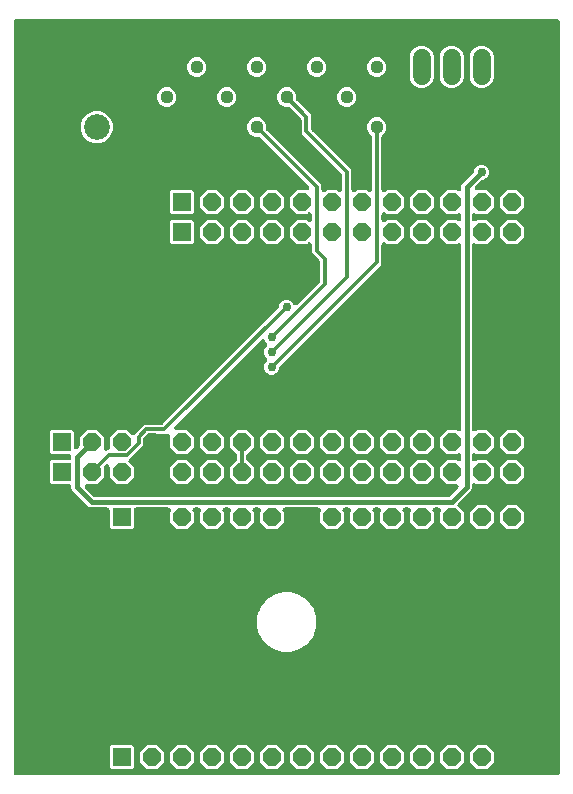
<source format=gbr>
G04 EAGLE Gerber RS-274X export*
G75*
%MOMM*%
%FSLAX34Y34*%
%LPD*%
%INBottom Copper*%
%IPPOS*%
%AMOC8*
5,1,8,0,0,1.08239X$1,22.5*%
G01*
G04 Define Apertures*
%ADD10R,1.524000X1.524000*%
%ADD11P,1.64956X8X22.5*%
%ADD12C,2.184400*%
%ADD13C,1.524000*%
%ADD14C,1.117600*%
%ADD15C,0.304800*%
%ADD16C,0.756400*%
%ADD17C,0.406400*%
%ADD18C,0.406400*%
G36*
X458501Y10321D02*
X459168Y10778D01*
X459603Y11460D01*
X459740Y12192D01*
X459740Y648208D01*
X459579Y649001D01*
X459122Y649668D01*
X458441Y650103D01*
X457708Y650240D01*
X-508Y650240D01*
X-1301Y650079D01*
X-1968Y649622D01*
X-2403Y648941D01*
X-2540Y648208D01*
X-2540Y12192D01*
X-2379Y11399D01*
X-1922Y10732D01*
X-1241Y10297D01*
X-508Y10160D01*
X457708Y10160D01*
X458501Y10321D01*
G37*
%LPC*%
G36*
X391679Y591820D02*
X387945Y593367D01*
X385087Y596225D01*
X383540Y599959D01*
X383540Y619241D01*
X385087Y622975D01*
X387945Y625833D01*
X391679Y627380D01*
X395721Y627380D01*
X399455Y625833D01*
X402313Y622975D01*
X403860Y619241D01*
X403860Y599959D01*
X402313Y596225D01*
X399455Y593367D01*
X395721Y591820D01*
X391679Y591820D01*
G37*
G36*
X366279Y591820D02*
X362545Y593367D01*
X359687Y596225D01*
X358140Y599959D01*
X358140Y619241D01*
X359687Y622975D01*
X362545Y625833D01*
X366279Y627380D01*
X370321Y627380D01*
X374055Y625833D01*
X376913Y622975D01*
X378460Y619241D01*
X378460Y599959D01*
X376913Y596225D01*
X374055Y593367D01*
X370321Y591820D01*
X366279Y591820D01*
G37*
G36*
X340879Y591820D02*
X337145Y593367D01*
X334287Y596225D01*
X332740Y599959D01*
X332740Y619241D01*
X334287Y622975D01*
X337145Y625833D01*
X340879Y627380D01*
X344921Y627380D01*
X348655Y625833D01*
X351513Y622975D01*
X353060Y619241D01*
X353060Y599959D01*
X351513Y596225D01*
X348655Y593367D01*
X344921Y591820D01*
X340879Y591820D01*
G37*
G36*
X303183Y601472D02*
X300196Y602709D01*
X297909Y604996D01*
X296672Y607983D01*
X296672Y611217D01*
X297909Y614204D01*
X300196Y616491D01*
X303183Y617728D01*
X306417Y617728D01*
X309404Y616491D01*
X311691Y614204D01*
X312928Y611217D01*
X312928Y607983D01*
X311691Y604996D01*
X309404Y602709D01*
X306417Y601472D01*
X303183Y601472D01*
G37*
G36*
X252383Y601472D02*
X249396Y602709D01*
X247109Y604996D01*
X245872Y607983D01*
X245872Y611217D01*
X247109Y614204D01*
X249396Y616491D01*
X252383Y617728D01*
X255617Y617728D01*
X258604Y616491D01*
X260891Y614204D01*
X262128Y611217D01*
X262128Y607983D01*
X260891Y604996D01*
X258604Y602709D01*
X255617Y601472D01*
X252383Y601472D01*
G37*
G36*
X201583Y601472D02*
X198596Y602709D01*
X196309Y604996D01*
X195072Y607983D01*
X195072Y611217D01*
X196309Y614204D01*
X198596Y616491D01*
X201583Y617728D01*
X204817Y617728D01*
X207804Y616491D01*
X210091Y614204D01*
X211328Y611217D01*
X211328Y607983D01*
X210091Y604996D01*
X207804Y602709D01*
X204817Y601472D01*
X201583Y601472D01*
G37*
G36*
X150783Y601472D02*
X147796Y602709D01*
X145509Y604996D01*
X144272Y607983D01*
X144272Y611217D01*
X145509Y614204D01*
X147796Y616491D01*
X150783Y617728D01*
X154017Y617728D01*
X157004Y616491D01*
X159291Y614204D01*
X160528Y611217D01*
X160528Y607983D01*
X159291Y604996D01*
X157004Y602709D01*
X154017Y601472D01*
X150783Y601472D01*
G37*
G36*
X277783Y576072D02*
X274796Y577309D01*
X272509Y579596D01*
X271272Y582583D01*
X271272Y585817D01*
X272509Y588804D01*
X274796Y591091D01*
X277783Y592328D01*
X281017Y592328D01*
X284004Y591091D01*
X286291Y588804D01*
X287528Y585817D01*
X287528Y582583D01*
X286291Y579596D01*
X284004Y577309D01*
X281017Y576072D01*
X277783Y576072D01*
G37*
G36*
X176183Y576072D02*
X173196Y577309D01*
X170909Y579596D01*
X169672Y582583D01*
X169672Y585817D01*
X170909Y588804D01*
X173196Y591091D01*
X176183Y592328D01*
X179417Y592328D01*
X182404Y591091D01*
X184691Y588804D01*
X185928Y585817D01*
X185928Y582583D01*
X184691Y579596D01*
X182404Y577309D01*
X179417Y576072D01*
X176183Y576072D01*
G37*
G36*
X125383Y576072D02*
X122396Y577309D01*
X120109Y579596D01*
X118872Y582583D01*
X118872Y585817D01*
X120109Y588804D01*
X122396Y591091D01*
X125383Y592328D01*
X128617Y592328D01*
X131604Y591091D01*
X133891Y588804D01*
X135128Y585817D01*
X135128Y582583D01*
X133891Y579596D01*
X131604Y577309D01*
X128617Y576072D01*
X125383Y576072D01*
G37*
G36*
X80228Y218440D02*
X78740Y219928D01*
X78740Y234696D01*
X78579Y235489D01*
X78122Y236156D01*
X77441Y236591D01*
X76708Y236728D01*
X62591Y236728D01*
X60910Y237424D01*
X46924Y251410D01*
X46228Y253091D01*
X46228Y254508D01*
X46067Y255301D01*
X45610Y255968D01*
X44929Y256403D01*
X44196Y256540D01*
X29428Y256540D01*
X27940Y258028D01*
X27940Y275372D01*
X29428Y276860D01*
X44196Y276860D01*
X44989Y277021D01*
X45656Y277478D01*
X46091Y278160D01*
X46228Y278892D01*
X46228Y279908D01*
X46067Y280701D01*
X45610Y281368D01*
X44929Y281803D01*
X44196Y281940D01*
X29428Y281940D01*
X27940Y283428D01*
X27940Y300772D01*
X29428Y302260D01*
X46772Y302260D01*
X48260Y300772D01*
X48260Y288231D01*
X48421Y287439D01*
X48878Y286772D01*
X49560Y286336D01*
X50357Y286201D01*
X51144Y286387D01*
X51729Y286795D01*
X52745Y287811D01*
X53191Y288485D01*
X53340Y289247D01*
X53340Y296308D01*
X59292Y302260D01*
X67708Y302260D01*
X73660Y296308D01*
X73660Y287551D01*
X73538Y286895D01*
X73711Y286105D01*
X74179Y285446D01*
X74867Y285021D01*
X75667Y284898D01*
X76347Y285050D01*
X77486Y285522D01*
X78156Y285974D01*
X78597Y286651D01*
X78740Y287399D01*
X78740Y296308D01*
X84692Y302260D01*
X93108Y302260D01*
X96970Y298398D01*
X97645Y297951D01*
X98440Y297803D01*
X99230Y297977D01*
X99889Y298445D01*
X100033Y298667D01*
X107579Y306213D01*
X109073Y306832D01*
X122443Y306832D01*
X123236Y306993D01*
X123880Y307427D01*
X221683Y405230D01*
X222129Y405904D01*
X222278Y406667D01*
X222278Y407658D01*
X223240Y409981D01*
X225019Y411760D01*
X227342Y412722D01*
X229858Y412722D01*
X232181Y411760D01*
X233960Y409981D01*
X234311Y409132D01*
X234763Y408461D01*
X235441Y408020D01*
X236237Y407878D01*
X237026Y408058D01*
X237625Y408473D01*
X256171Y427018D01*
X256617Y427692D01*
X256766Y428455D01*
X256766Y444804D01*
X256605Y445597D01*
X256171Y446241D01*
X250555Y451857D01*
X249936Y453351D01*
X249936Y459262D01*
X249775Y460055D01*
X249318Y460722D01*
X248637Y461157D01*
X247839Y461293D01*
X247052Y461107D01*
X246467Y460699D01*
X245508Y459740D01*
X237092Y459740D01*
X231140Y465692D01*
X231140Y474108D01*
X237092Y480060D01*
X245508Y480060D01*
X246467Y479101D01*
X247141Y478655D01*
X247936Y478506D01*
X248726Y478680D01*
X249386Y479148D01*
X249811Y479836D01*
X249936Y480538D01*
X249936Y484662D01*
X249775Y485455D01*
X249318Y486122D01*
X248637Y486557D01*
X247839Y486693D01*
X247052Y486507D01*
X246467Y486099D01*
X245508Y485140D01*
X237092Y485140D01*
X231140Y491092D01*
X231140Y499508D01*
X237092Y505460D01*
X245887Y505460D01*
X246680Y505621D01*
X247347Y506078D01*
X247782Y506760D01*
X247918Y507557D01*
X247732Y508344D01*
X247324Y508929D01*
X206176Y550077D01*
X205502Y550523D01*
X204739Y550672D01*
X201583Y550672D01*
X198596Y551909D01*
X196309Y554196D01*
X195072Y557183D01*
X195072Y560417D01*
X196309Y563404D01*
X198596Y565691D01*
X201583Y566928D01*
X204817Y566928D01*
X207804Y565691D01*
X210091Y563404D01*
X211328Y560417D01*
X211328Y557261D01*
X211489Y556468D01*
X211923Y555824D01*
X257445Y510302D01*
X258064Y508808D01*
X258064Y505938D01*
X258225Y505146D01*
X258682Y504479D01*
X259364Y504043D01*
X260161Y503907D01*
X260948Y504093D01*
X261533Y504501D01*
X262492Y505460D01*
X270908Y505460D01*
X271867Y504501D01*
X272541Y504055D01*
X273336Y503906D01*
X274126Y504080D01*
X274786Y504548D01*
X275211Y505236D01*
X275336Y505938D01*
X275336Y518662D01*
X275175Y519454D01*
X274741Y520099D01*
X241919Y552921D01*
X241300Y554414D01*
X241300Y564911D01*
X241139Y565704D01*
X240705Y566348D01*
X231576Y575477D01*
X230902Y575923D01*
X230139Y576072D01*
X226983Y576072D01*
X223996Y577309D01*
X221709Y579596D01*
X220472Y582583D01*
X220472Y585817D01*
X221709Y588804D01*
X223996Y591091D01*
X226983Y592328D01*
X230217Y592328D01*
X233204Y591091D01*
X235491Y588804D01*
X236728Y585817D01*
X236728Y582661D01*
X236889Y581868D01*
X237323Y581224D01*
X248809Y569738D01*
X249428Y568244D01*
X249428Y557748D01*
X249589Y556955D01*
X250023Y556311D01*
X282845Y523489D01*
X283464Y521995D01*
X283464Y505938D01*
X283625Y505146D01*
X284082Y504479D01*
X284764Y504043D01*
X285561Y503907D01*
X286348Y504093D01*
X286933Y504501D01*
X287892Y505460D01*
X296308Y505460D01*
X297267Y504501D01*
X297941Y504055D01*
X298736Y503906D01*
X299526Y504080D01*
X300186Y504548D01*
X300611Y505236D01*
X300736Y505938D01*
X300736Y550528D01*
X300575Y551320D01*
X300141Y551964D01*
X297909Y554196D01*
X296672Y557183D01*
X296672Y560417D01*
X297909Y563404D01*
X300196Y565691D01*
X303183Y566928D01*
X306417Y566928D01*
X309404Y565691D01*
X311691Y563404D01*
X312928Y560417D01*
X312928Y557183D01*
X311691Y554196D01*
X309459Y551964D01*
X309013Y551290D01*
X308864Y550528D01*
X308864Y505938D01*
X309025Y505146D01*
X309482Y504479D01*
X310164Y504043D01*
X310961Y503907D01*
X311748Y504093D01*
X312333Y504501D01*
X313292Y505460D01*
X321708Y505460D01*
X327660Y499508D01*
X327660Y491092D01*
X321708Y485140D01*
X313292Y485140D01*
X312333Y486099D01*
X311659Y486545D01*
X310864Y486694D01*
X310074Y486520D01*
X309414Y486052D01*
X308989Y485364D01*
X308864Y484662D01*
X308864Y480538D01*
X309025Y479746D01*
X309482Y479079D01*
X310164Y478643D01*
X310961Y478507D01*
X311748Y478693D01*
X312333Y479101D01*
X313292Y480060D01*
X321708Y480060D01*
X327660Y474108D01*
X327660Y465692D01*
X321708Y459740D01*
X313292Y459740D01*
X312333Y460699D01*
X311659Y461145D01*
X310864Y461294D01*
X310074Y461120D01*
X309414Y460652D01*
X308989Y459964D01*
X308864Y459262D01*
X308864Y443692D01*
X308245Y442198D01*
X222817Y356770D01*
X222371Y356096D01*
X222222Y355333D01*
X222222Y354342D01*
X221260Y352019D01*
X219481Y350240D01*
X217158Y349278D01*
X214642Y349278D01*
X212319Y350240D01*
X210540Y352019D01*
X209578Y354342D01*
X209578Y356858D01*
X210540Y359181D01*
X211873Y360513D01*
X212319Y361187D01*
X212467Y361982D01*
X212294Y362772D01*
X211873Y363387D01*
X210540Y364719D01*
X209578Y367042D01*
X209578Y369558D01*
X210540Y371881D01*
X211873Y373213D01*
X212319Y373887D01*
X212467Y374682D01*
X212294Y375472D01*
X211873Y376087D01*
X210540Y377419D01*
X210189Y378268D01*
X209737Y378939D01*
X209059Y379380D01*
X208263Y379522D01*
X207474Y379342D01*
X206875Y378927D01*
X133676Y305729D01*
X133230Y305055D01*
X133081Y304260D01*
X133255Y303470D01*
X133723Y302810D01*
X134411Y302385D01*
X135113Y302260D01*
X143908Y302260D01*
X149860Y296308D01*
X149860Y287892D01*
X143908Y281940D01*
X135492Y281940D01*
X129540Y287892D01*
X129540Y296649D01*
X129662Y297305D01*
X129489Y298095D01*
X129021Y298755D01*
X128333Y299179D01*
X127533Y299302D01*
X126853Y299150D01*
X125776Y298704D01*
X112406Y298704D01*
X111614Y298543D01*
X110969Y298109D01*
X108291Y295431D01*
X107845Y294756D01*
X107696Y293994D01*
X107696Y290937D01*
X107077Y289443D01*
X95433Y277798D01*
X95187Y277633D01*
X94745Y276955D01*
X94603Y276159D01*
X94783Y275370D01*
X95198Y274770D01*
X99060Y270908D01*
X99060Y262492D01*
X93108Y256540D01*
X84692Y256540D01*
X78740Y262492D01*
X78740Y271287D01*
X78579Y272080D01*
X78122Y272747D01*
X77441Y273182D01*
X76643Y273318D01*
X75856Y273132D01*
X75271Y272724D01*
X74255Y271708D01*
X73809Y271034D01*
X73660Y270271D01*
X73660Y262492D01*
X67708Y256540D01*
X59631Y256540D01*
X58839Y256379D01*
X58172Y255922D01*
X57736Y255241D01*
X57601Y254443D01*
X57787Y253656D01*
X58195Y253071D01*
X64799Y246467D01*
X65473Y246021D01*
X66235Y245872D01*
X365565Y245872D01*
X366357Y246033D01*
X367001Y246467D01*
X373605Y253071D01*
X374052Y253745D01*
X374200Y254540D01*
X374027Y255330D01*
X373559Y255990D01*
X372871Y256415D01*
X372169Y256540D01*
X364092Y256540D01*
X358140Y262492D01*
X358140Y270908D01*
X364092Y276860D01*
X372508Y276860D01*
X372959Y276409D01*
X373633Y275963D01*
X374428Y275814D01*
X375218Y275988D01*
X375878Y276456D01*
X376303Y277144D01*
X376428Y277846D01*
X376428Y280954D01*
X376267Y281747D01*
X375810Y282414D01*
X375129Y282849D01*
X374331Y282985D01*
X373544Y282799D01*
X372959Y282391D01*
X372508Y281940D01*
X364092Y281940D01*
X358140Y287892D01*
X358140Y296308D01*
X364092Y302260D01*
X372508Y302260D01*
X372959Y301809D01*
X373633Y301363D01*
X374428Y301214D01*
X375218Y301388D01*
X375878Y301856D01*
X376303Y302544D01*
X376428Y303246D01*
X376428Y458754D01*
X376267Y459547D01*
X375810Y460214D01*
X375129Y460649D01*
X374331Y460785D01*
X373544Y460599D01*
X372959Y460191D01*
X372508Y459740D01*
X364092Y459740D01*
X358140Y465692D01*
X358140Y474108D01*
X364092Y480060D01*
X372508Y480060D01*
X372959Y479609D01*
X373633Y479163D01*
X374428Y479014D01*
X375218Y479188D01*
X375878Y479656D01*
X376303Y480344D01*
X376428Y481046D01*
X376428Y484154D01*
X376267Y484947D01*
X375810Y485614D01*
X375129Y486049D01*
X374331Y486185D01*
X373544Y485999D01*
X372959Y485591D01*
X372508Y485140D01*
X364092Y485140D01*
X358140Y491092D01*
X358140Y499508D01*
X364092Y505460D01*
X372508Y505460D01*
X372959Y505009D01*
X373633Y504563D01*
X374428Y504414D01*
X375218Y504588D01*
X375878Y505056D01*
X376303Y505744D01*
X376428Y506446D01*
X376428Y508909D01*
X377124Y510590D01*
X386783Y520249D01*
X387229Y520923D01*
X387378Y521685D01*
X387378Y521958D01*
X388340Y524281D01*
X390119Y526060D01*
X392442Y527022D01*
X394958Y527022D01*
X397281Y526060D01*
X399060Y524281D01*
X400022Y521958D01*
X400022Y519442D01*
X399060Y517119D01*
X397281Y515340D01*
X394958Y514378D01*
X394685Y514378D01*
X393893Y514217D01*
X393249Y513783D01*
X388395Y508929D01*
X387948Y508255D01*
X387800Y507460D01*
X387973Y506670D01*
X388441Y506010D01*
X389129Y505585D01*
X389831Y505460D01*
X397908Y505460D01*
X403860Y499508D01*
X403860Y491092D01*
X397908Y485140D01*
X389492Y485140D01*
X389041Y485591D01*
X388367Y486037D01*
X387572Y486186D01*
X386782Y486012D01*
X386122Y485544D01*
X385697Y484856D01*
X385572Y484154D01*
X385572Y481046D01*
X385733Y480254D01*
X386190Y479587D01*
X386872Y479151D01*
X387669Y479015D01*
X388456Y479201D01*
X389041Y479609D01*
X389492Y480060D01*
X397908Y480060D01*
X403860Y474108D01*
X403860Y465692D01*
X397908Y459740D01*
X389492Y459740D01*
X389041Y460191D01*
X388367Y460637D01*
X387572Y460786D01*
X386782Y460612D01*
X386122Y460144D01*
X385697Y459456D01*
X385572Y458754D01*
X385572Y303246D01*
X385733Y302454D01*
X386190Y301787D01*
X386872Y301351D01*
X387669Y301215D01*
X388456Y301401D01*
X389041Y301809D01*
X389492Y302260D01*
X397908Y302260D01*
X403860Y296308D01*
X403860Y287892D01*
X397908Y281940D01*
X389492Y281940D01*
X389041Y282391D01*
X388367Y282837D01*
X387572Y282986D01*
X386782Y282812D01*
X386122Y282344D01*
X385697Y281656D01*
X385572Y280954D01*
X385572Y277846D01*
X385733Y277054D01*
X386190Y276387D01*
X386872Y275951D01*
X387669Y275815D01*
X388456Y276001D01*
X389041Y276409D01*
X389492Y276860D01*
X397908Y276860D01*
X403860Y270908D01*
X403860Y262492D01*
X397908Y256540D01*
X389492Y256540D01*
X389041Y256991D01*
X388367Y257437D01*
X387572Y257586D01*
X386782Y257412D01*
X386122Y256944D01*
X385697Y256256D01*
X385572Y255554D01*
X385572Y253091D01*
X384876Y251410D01*
X373804Y240338D01*
X373357Y239664D01*
X373209Y238869D01*
X373383Y238079D01*
X373804Y237464D01*
X378460Y232808D01*
X378460Y224392D01*
X372508Y218440D01*
X364092Y218440D01*
X358140Y224392D01*
X358140Y232808D01*
X358591Y233259D01*
X359037Y233933D01*
X359186Y234728D01*
X359012Y235518D01*
X358544Y236178D01*
X357856Y236603D01*
X357154Y236728D01*
X354046Y236728D01*
X353254Y236567D01*
X352587Y236110D01*
X352151Y235429D01*
X352015Y234631D01*
X352201Y233844D01*
X352609Y233259D01*
X353060Y232808D01*
X353060Y224392D01*
X347108Y218440D01*
X338692Y218440D01*
X332740Y224392D01*
X332740Y232808D01*
X333191Y233259D01*
X333637Y233933D01*
X333786Y234728D01*
X333612Y235518D01*
X333144Y236178D01*
X332456Y236603D01*
X331754Y236728D01*
X328646Y236728D01*
X327854Y236567D01*
X327187Y236110D01*
X326751Y235429D01*
X326615Y234631D01*
X326801Y233844D01*
X327209Y233259D01*
X327660Y232808D01*
X327660Y224392D01*
X321708Y218440D01*
X313292Y218440D01*
X307340Y224392D01*
X307340Y232808D01*
X307791Y233259D01*
X308237Y233933D01*
X308386Y234728D01*
X308212Y235518D01*
X307744Y236178D01*
X307056Y236603D01*
X306354Y236728D01*
X303246Y236728D01*
X302454Y236567D01*
X301787Y236110D01*
X301351Y235429D01*
X301215Y234631D01*
X301401Y233844D01*
X301809Y233259D01*
X302260Y232808D01*
X302260Y224392D01*
X296308Y218440D01*
X287892Y218440D01*
X281940Y224392D01*
X281940Y232808D01*
X282391Y233259D01*
X282837Y233933D01*
X282986Y234728D01*
X282812Y235518D01*
X282344Y236178D01*
X281656Y236603D01*
X280954Y236728D01*
X277846Y236728D01*
X277054Y236567D01*
X276387Y236110D01*
X275951Y235429D01*
X275815Y234631D01*
X276001Y233844D01*
X276409Y233259D01*
X276860Y232808D01*
X276860Y224392D01*
X270908Y218440D01*
X262492Y218440D01*
X256540Y224392D01*
X256540Y232808D01*
X256991Y233259D01*
X257437Y233933D01*
X257586Y234728D01*
X257412Y235518D01*
X256944Y236178D01*
X256256Y236603D01*
X255554Y236728D01*
X227046Y236728D01*
X226254Y236567D01*
X225587Y236110D01*
X225151Y235429D01*
X225015Y234631D01*
X225201Y233844D01*
X225609Y233259D01*
X226060Y232808D01*
X226060Y224392D01*
X220108Y218440D01*
X211692Y218440D01*
X205740Y224392D01*
X205740Y232808D01*
X206191Y233259D01*
X206637Y233933D01*
X206786Y234728D01*
X206612Y235518D01*
X206144Y236178D01*
X205456Y236603D01*
X204754Y236728D01*
X201646Y236728D01*
X200854Y236567D01*
X200187Y236110D01*
X199751Y235429D01*
X199615Y234631D01*
X199801Y233844D01*
X200209Y233259D01*
X200660Y232808D01*
X200660Y224392D01*
X194708Y218440D01*
X186292Y218440D01*
X180340Y224392D01*
X180340Y232808D01*
X180791Y233259D01*
X181237Y233933D01*
X181386Y234728D01*
X181212Y235518D01*
X180744Y236178D01*
X180056Y236603D01*
X179354Y236728D01*
X176246Y236728D01*
X175454Y236567D01*
X174787Y236110D01*
X174351Y235429D01*
X174215Y234631D01*
X174401Y233844D01*
X174809Y233259D01*
X175260Y232808D01*
X175260Y224392D01*
X169308Y218440D01*
X160892Y218440D01*
X154940Y224392D01*
X154940Y232808D01*
X155391Y233259D01*
X155837Y233933D01*
X155986Y234728D01*
X155812Y235518D01*
X155344Y236178D01*
X154656Y236603D01*
X153954Y236728D01*
X150846Y236728D01*
X150054Y236567D01*
X149387Y236110D01*
X148951Y235429D01*
X148815Y234631D01*
X149001Y233844D01*
X149409Y233259D01*
X149860Y232808D01*
X149860Y224392D01*
X143908Y218440D01*
X135492Y218440D01*
X129540Y224392D01*
X129540Y232808D01*
X129991Y233259D01*
X130437Y233933D01*
X130586Y234728D01*
X130412Y235518D01*
X129944Y236178D01*
X129256Y236603D01*
X128554Y236728D01*
X101092Y236728D01*
X100299Y236567D01*
X99632Y236110D01*
X99197Y235429D01*
X99060Y234696D01*
X99060Y219928D01*
X97572Y218440D01*
X80228Y218440D01*
G37*
G36*
X65122Y545338D02*
X60174Y547387D01*
X56387Y551174D01*
X54338Y556122D01*
X54338Y561478D01*
X56387Y566426D01*
X60174Y570213D01*
X65122Y572262D01*
X70478Y572262D01*
X75426Y570213D01*
X79213Y566426D01*
X81262Y561478D01*
X81262Y556122D01*
X79213Y551174D01*
X75426Y547387D01*
X70478Y545338D01*
X65122Y545338D01*
G37*
G36*
X186292Y485140D02*
X180340Y491092D01*
X180340Y499508D01*
X186292Y505460D01*
X194708Y505460D01*
X200660Y499508D01*
X200660Y491092D01*
X194708Y485140D01*
X186292Y485140D01*
G37*
G36*
X338692Y485140D02*
X332740Y491092D01*
X332740Y499508D01*
X338692Y505460D01*
X347108Y505460D01*
X353060Y499508D01*
X353060Y491092D01*
X347108Y485140D01*
X338692Y485140D01*
G37*
G36*
X160892Y485140D02*
X154940Y491092D01*
X154940Y499508D01*
X160892Y505460D01*
X169308Y505460D01*
X175260Y499508D01*
X175260Y491092D01*
X169308Y485140D01*
X160892Y485140D01*
G37*
G36*
X131028Y485140D02*
X129540Y486628D01*
X129540Y503972D01*
X131028Y505460D01*
X148372Y505460D01*
X149860Y503972D01*
X149860Y486628D01*
X148372Y485140D01*
X131028Y485140D01*
G37*
G36*
X414892Y485140D02*
X408940Y491092D01*
X408940Y499508D01*
X414892Y505460D01*
X423308Y505460D01*
X429260Y499508D01*
X429260Y491092D01*
X423308Y485140D01*
X414892Y485140D01*
G37*
G36*
X211692Y485140D02*
X205740Y491092D01*
X205740Y499508D01*
X211692Y505460D01*
X220108Y505460D01*
X226060Y499508D01*
X226060Y491092D01*
X220108Y485140D01*
X211692Y485140D01*
G37*
G36*
X131028Y459740D02*
X129540Y461228D01*
X129540Y478572D01*
X131028Y480060D01*
X148372Y480060D01*
X149860Y478572D01*
X149860Y461228D01*
X148372Y459740D01*
X131028Y459740D01*
G37*
G36*
X160892Y459740D02*
X154940Y465692D01*
X154940Y474108D01*
X160892Y480060D01*
X169308Y480060D01*
X175260Y474108D01*
X175260Y465692D01*
X169308Y459740D01*
X160892Y459740D01*
G37*
G36*
X186292Y459740D02*
X180340Y465692D01*
X180340Y474108D01*
X186292Y480060D01*
X194708Y480060D01*
X200660Y474108D01*
X200660Y465692D01*
X194708Y459740D01*
X186292Y459740D01*
G37*
G36*
X414892Y459740D02*
X408940Y465692D01*
X408940Y474108D01*
X414892Y480060D01*
X423308Y480060D01*
X429260Y474108D01*
X429260Y465692D01*
X423308Y459740D01*
X414892Y459740D01*
G37*
G36*
X211692Y459740D02*
X205740Y465692D01*
X205740Y474108D01*
X211692Y480060D01*
X220108Y480060D01*
X226060Y474108D01*
X226060Y465692D01*
X220108Y459740D01*
X211692Y459740D01*
G37*
G36*
X338692Y459740D02*
X332740Y465692D01*
X332740Y474108D01*
X338692Y480060D01*
X347108Y480060D01*
X353060Y474108D01*
X353060Y465692D01*
X347108Y459740D01*
X338692Y459740D01*
G37*
G36*
X414892Y281940D02*
X408940Y287892D01*
X408940Y296308D01*
X414892Y302260D01*
X423308Y302260D01*
X429260Y296308D01*
X429260Y287892D01*
X423308Y281940D01*
X414892Y281940D01*
G37*
G36*
X338692Y281940D02*
X332740Y287892D01*
X332740Y296308D01*
X338692Y302260D01*
X347108Y302260D01*
X353060Y296308D01*
X353060Y287892D01*
X347108Y281940D01*
X338692Y281940D01*
G37*
G36*
X160892Y281940D02*
X154940Y287892D01*
X154940Y296308D01*
X160892Y302260D01*
X169308Y302260D01*
X175260Y296308D01*
X175260Y287892D01*
X169308Y281940D01*
X160892Y281940D01*
G37*
G36*
X186292Y256540D02*
X180340Y262492D01*
X180340Y270908D01*
X185841Y276409D01*
X186287Y277083D01*
X186436Y277846D01*
X186436Y280954D01*
X186275Y281747D01*
X185841Y282391D01*
X180340Y287892D01*
X180340Y296308D01*
X186292Y302260D01*
X194708Y302260D01*
X200660Y296308D01*
X200660Y287892D01*
X195159Y282391D01*
X194713Y281717D01*
X194564Y280954D01*
X194564Y277846D01*
X194725Y277054D01*
X195159Y276409D01*
X200660Y270908D01*
X200660Y262492D01*
X194708Y256540D01*
X186292Y256540D01*
G37*
G36*
X313292Y281940D02*
X307340Y287892D01*
X307340Y296308D01*
X313292Y302260D01*
X321708Y302260D01*
X327660Y296308D01*
X327660Y287892D01*
X321708Y281940D01*
X313292Y281940D01*
G37*
G36*
X211692Y281940D02*
X205740Y287892D01*
X205740Y296308D01*
X211692Y302260D01*
X220108Y302260D01*
X226060Y296308D01*
X226060Y287892D01*
X220108Y281940D01*
X211692Y281940D01*
G37*
G36*
X237092Y281940D02*
X231140Y287892D01*
X231140Y296308D01*
X237092Y302260D01*
X245508Y302260D01*
X251460Y296308D01*
X251460Y287892D01*
X245508Y281940D01*
X237092Y281940D01*
G37*
G36*
X262492Y281940D02*
X256540Y287892D01*
X256540Y296308D01*
X262492Y302260D01*
X270908Y302260D01*
X276860Y296308D01*
X276860Y287892D01*
X270908Y281940D01*
X262492Y281940D01*
G37*
G36*
X287892Y281940D02*
X281940Y287892D01*
X281940Y296308D01*
X287892Y302260D01*
X296308Y302260D01*
X302260Y296308D01*
X302260Y287892D01*
X296308Y281940D01*
X287892Y281940D01*
G37*
G36*
X262492Y256540D02*
X256540Y262492D01*
X256540Y270908D01*
X262492Y276860D01*
X270908Y276860D01*
X276860Y270908D01*
X276860Y262492D01*
X270908Y256540D01*
X262492Y256540D01*
G37*
G36*
X135492Y256540D02*
X129540Y262492D01*
X129540Y270908D01*
X135492Y276860D01*
X143908Y276860D01*
X149860Y270908D01*
X149860Y262492D01*
X143908Y256540D01*
X135492Y256540D01*
G37*
G36*
X237092Y256540D02*
X231140Y262492D01*
X231140Y270908D01*
X237092Y276860D01*
X245508Y276860D01*
X251460Y270908D01*
X251460Y262492D01*
X245508Y256540D01*
X237092Y256540D01*
G37*
G36*
X211692Y256540D02*
X205740Y262492D01*
X205740Y270908D01*
X211692Y276860D01*
X220108Y276860D01*
X226060Y270908D01*
X226060Y262492D01*
X220108Y256540D01*
X211692Y256540D01*
G37*
G36*
X160892Y256540D02*
X154940Y262492D01*
X154940Y270908D01*
X160892Y276860D01*
X169308Y276860D01*
X175260Y270908D01*
X175260Y262492D01*
X169308Y256540D01*
X160892Y256540D01*
G37*
G36*
X414892Y256540D02*
X408940Y262492D01*
X408940Y270908D01*
X414892Y276860D01*
X423308Y276860D01*
X429260Y270908D01*
X429260Y262492D01*
X423308Y256540D01*
X414892Y256540D01*
G37*
G36*
X338692Y256540D02*
X332740Y262492D01*
X332740Y270908D01*
X338692Y276860D01*
X347108Y276860D01*
X353060Y270908D01*
X353060Y262492D01*
X347108Y256540D01*
X338692Y256540D01*
G37*
G36*
X313292Y256540D02*
X307340Y262492D01*
X307340Y270908D01*
X313292Y276860D01*
X321708Y276860D01*
X327660Y270908D01*
X327660Y262492D01*
X321708Y256540D01*
X313292Y256540D01*
G37*
G36*
X287892Y256540D02*
X281940Y262492D01*
X281940Y270908D01*
X287892Y276860D01*
X296308Y276860D01*
X302260Y270908D01*
X302260Y262492D01*
X296308Y256540D01*
X287892Y256540D01*
G37*
G36*
X414892Y218440D02*
X408940Y224392D01*
X408940Y232808D01*
X414892Y238760D01*
X423308Y238760D01*
X429260Y232808D01*
X429260Y224392D01*
X423308Y218440D01*
X414892Y218440D01*
G37*
G36*
X389492Y218440D02*
X383540Y224392D01*
X383540Y232808D01*
X389492Y238760D01*
X397908Y238760D01*
X403860Y232808D01*
X403860Y224392D01*
X397908Y218440D01*
X389492Y218440D01*
G37*
G36*
X226574Y114509D02*
X226221Y114540D01*
X225288Y114540D01*
X223235Y115090D01*
X223062Y115128D01*
X219862Y115693D01*
X212178Y120129D01*
X210089Y122618D01*
X209970Y122749D01*
X208467Y124251D01*
X208000Y125060D01*
X207797Y125350D01*
X206475Y126926D01*
X205771Y128859D01*
X205621Y129180D01*
X205155Y129989D01*
X204605Y132041D01*
X204551Y132210D01*
X203440Y135264D01*
X203440Y144136D01*
X204551Y147190D01*
X204605Y147359D01*
X205155Y149411D01*
X205621Y150220D01*
X205771Y150541D01*
X206475Y152474D01*
X207797Y154050D01*
X208000Y154340D01*
X208467Y155149D01*
X209970Y156651D01*
X210089Y156782D01*
X212178Y159271D01*
X219862Y163707D01*
X223062Y164272D01*
X223235Y164310D01*
X225288Y164860D01*
X226221Y164860D01*
X226574Y164891D01*
X228600Y165248D01*
X230626Y164891D01*
X230979Y164860D01*
X231912Y164860D01*
X233965Y164310D01*
X234138Y164272D01*
X237338Y163707D01*
X245022Y159271D01*
X247111Y156782D01*
X247230Y156651D01*
X248733Y155149D01*
X249200Y154340D01*
X249403Y154050D01*
X250725Y152474D01*
X251429Y150541D01*
X251579Y150220D01*
X252045Y149411D01*
X252595Y147359D01*
X252649Y147190D01*
X253760Y144136D01*
X253760Y135264D01*
X252649Y132210D01*
X252595Y132041D01*
X252045Y129989D01*
X251579Y129180D01*
X251429Y128859D01*
X250725Y126926D01*
X249403Y125350D01*
X249200Y125060D01*
X248733Y124251D01*
X247230Y122749D01*
X247111Y122618D01*
X245022Y120129D01*
X237338Y115693D01*
X234138Y115128D01*
X233965Y115090D01*
X231912Y114540D01*
X230979Y114540D01*
X230626Y114509D01*
X228600Y114152D01*
X226574Y114509D01*
G37*
G36*
X389492Y15240D02*
X383540Y21192D01*
X383540Y29608D01*
X389492Y35560D01*
X397908Y35560D01*
X403860Y29608D01*
X403860Y21192D01*
X397908Y15240D01*
X389492Y15240D01*
G37*
G36*
X364092Y15240D02*
X358140Y21192D01*
X358140Y29608D01*
X364092Y35560D01*
X372508Y35560D01*
X378460Y29608D01*
X378460Y21192D01*
X372508Y15240D01*
X364092Y15240D01*
G37*
G36*
X338692Y15240D02*
X332740Y21192D01*
X332740Y29608D01*
X338692Y35560D01*
X347108Y35560D01*
X353060Y29608D01*
X353060Y21192D01*
X347108Y15240D01*
X338692Y15240D01*
G37*
G36*
X313292Y15240D02*
X307340Y21192D01*
X307340Y29608D01*
X313292Y35560D01*
X321708Y35560D01*
X327660Y29608D01*
X327660Y21192D01*
X321708Y15240D01*
X313292Y15240D01*
G37*
G36*
X287892Y15240D02*
X281940Y21192D01*
X281940Y29608D01*
X287892Y35560D01*
X296308Y35560D01*
X302260Y29608D01*
X302260Y21192D01*
X296308Y15240D01*
X287892Y15240D01*
G37*
G36*
X262492Y15240D02*
X256540Y21192D01*
X256540Y29608D01*
X262492Y35560D01*
X270908Y35560D01*
X276860Y29608D01*
X276860Y21192D01*
X270908Y15240D01*
X262492Y15240D01*
G37*
G36*
X237092Y15240D02*
X231140Y21192D01*
X231140Y29608D01*
X237092Y35560D01*
X245508Y35560D01*
X251460Y29608D01*
X251460Y21192D01*
X245508Y15240D01*
X237092Y15240D01*
G37*
G36*
X211692Y15240D02*
X205740Y21192D01*
X205740Y29608D01*
X211692Y35560D01*
X220108Y35560D01*
X226060Y29608D01*
X226060Y21192D01*
X220108Y15240D01*
X211692Y15240D01*
G37*
G36*
X186292Y15240D02*
X180340Y21192D01*
X180340Y29608D01*
X186292Y35560D01*
X194708Y35560D01*
X200660Y29608D01*
X200660Y21192D01*
X194708Y15240D01*
X186292Y15240D01*
G37*
G36*
X160892Y15240D02*
X154940Y21192D01*
X154940Y29608D01*
X160892Y35560D01*
X169308Y35560D01*
X175260Y29608D01*
X175260Y21192D01*
X169308Y15240D01*
X160892Y15240D01*
G37*
G36*
X135492Y15240D02*
X129540Y21192D01*
X129540Y29608D01*
X135492Y35560D01*
X143908Y35560D01*
X149860Y29608D01*
X149860Y21192D01*
X143908Y15240D01*
X135492Y15240D01*
G37*
G36*
X110092Y15240D02*
X104140Y21192D01*
X104140Y29608D01*
X110092Y35560D01*
X118508Y35560D01*
X124460Y29608D01*
X124460Y21192D01*
X118508Y15240D01*
X110092Y15240D01*
G37*
G36*
X80228Y15240D02*
X78740Y16728D01*
X78740Y34072D01*
X80228Y35560D01*
X97572Y35560D01*
X99060Y34072D01*
X99060Y16728D01*
X97572Y15240D01*
X80228Y15240D01*
G37*
%LPD*%
D10*
X88900Y25400D03*
D11*
X114300Y25400D03*
X139700Y25400D03*
X165100Y25400D03*
X190500Y25400D03*
X215900Y25400D03*
X241300Y25400D03*
X266700Y25400D03*
X292100Y25400D03*
X317500Y25400D03*
X342900Y25400D03*
X368300Y25400D03*
X393700Y25400D03*
X419100Y25400D03*
D10*
X88900Y228600D03*
D11*
X114300Y228600D03*
X139700Y228600D03*
X165100Y228600D03*
X190500Y228600D03*
X215900Y228600D03*
X241300Y228600D03*
X266700Y228600D03*
X292100Y228600D03*
X317500Y228600D03*
X342900Y228600D03*
X368300Y228600D03*
X393700Y228600D03*
X419100Y228600D03*
D10*
X38100Y266700D03*
D11*
X63500Y266700D03*
X88900Y266700D03*
X114300Y266700D03*
X139700Y266700D03*
X165100Y266700D03*
X190500Y266700D03*
X215900Y266700D03*
X241300Y266700D03*
X266700Y266700D03*
X292100Y266700D03*
X317500Y266700D03*
X342900Y266700D03*
X368300Y266700D03*
X393700Y266700D03*
X419100Y266700D03*
D10*
X139700Y469900D03*
D11*
X165100Y469900D03*
X190500Y469900D03*
X215900Y469900D03*
X241300Y469900D03*
X266700Y469900D03*
X292100Y469900D03*
X317500Y469900D03*
X342900Y469900D03*
X368300Y469900D03*
X393700Y469900D03*
X419100Y469900D03*
D10*
X38100Y292100D03*
D11*
X63500Y292100D03*
X88900Y292100D03*
X114300Y292100D03*
X139700Y292100D03*
X165100Y292100D03*
X190500Y292100D03*
X215900Y292100D03*
X241300Y292100D03*
X266700Y292100D03*
X292100Y292100D03*
X317500Y292100D03*
X342900Y292100D03*
X368300Y292100D03*
X393700Y292100D03*
X419100Y292100D03*
D10*
X139700Y495300D03*
D11*
X165100Y495300D03*
X190500Y495300D03*
X215900Y495300D03*
X241300Y495300D03*
X266700Y495300D03*
X292100Y495300D03*
X317500Y495300D03*
X342900Y495300D03*
X368300Y495300D03*
X393700Y495300D03*
X419100Y495300D03*
D12*
X32800Y558800D03*
X67800Y558800D03*
D13*
X342900Y601980D02*
X342900Y617220D01*
X368300Y617220D02*
X368300Y601980D01*
X393700Y601980D02*
X393700Y617220D01*
X419100Y617220D02*
X419100Y601980D01*
D14*
X254000Y558800D03*
X228600Y584200D03*
X254000Y609600D03*
X152400Y558800D03*
X127000Y584200D03*
X152400Y609600D03*
X304800Y558800D03*
X279400Y584200D03*
X304800Y609600D03*
X203200Y558800D03*
X177800Y584200D03*
X203200Y609600D03*
D15*
X241300Y203200D02*
X419100Y25400D01*
X241300Y203200D02*
X241300Y228600D01*
X241300Y203200D02*
X139700Y203200D01*
X114300Y228600D01*
X190500Y266700D02*
X190500Y292100D01*
D16*
X215900Y368300D03*
D15*
X245364Y567436D02*
X228600Y584200D01*
X245364Y567436D02*
X245364Y555223D01*
X279400Y521187D02*
X279400Y431800D01*
X279400Y521187D02*
X245364Y555223D01*
X279400Y431800D02*
X215900Y368300D01*
D16*
X228600Y406400D03*
D15*
X78232Y281432D02*
X63500Y266700D01*
X78232Y281432D02*
X93319Y281432D01*
X103632Y296519D02*
X109881Y302768D01*
X124968Y302768D01*
X228600Y406400D01*
X103632Y296519D02*
X103632Y291745D01*
X93319Y281432D01*
D17*
X63500Y292100D02*
X50800Y279400D01*
X50800Y254000D01*
X63500Y241300D01*
X368300Y241300D01*
D16*
X393700Y520700D03*
D17*
X381000Y419100D02*
X381000Y254000D01*
X381000Y419100D02*
X381000Y508000D01*
X381000Y254000D02*
X368300Y241300D01*
X381000Y508000D02*
X393700Y520700D01*
D18*
X381000Y419100D03*
D15*
X304800Y444500D02*
X304800Y558800D01*
X304800Y444500D02*
X215900Y355600D01*
D16*
X215900Y355600D03*
X215900Y381000D03*
D15*
X254000Y508000D02*
X203200Y558800D01*
X254000Y508000D02*
X254000Y454159D01*
X260830Y447329D01*
X260830Y425930D01*
X215900Y381000D01*
M02*

</source>
